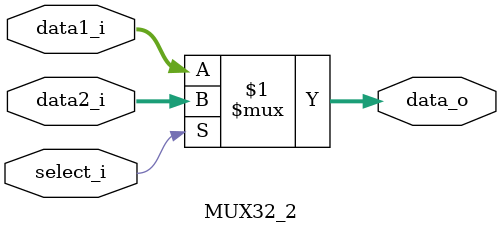
<source format=v>
module MUX32_2
(
    data1_i,
    data2_i,
    select_i,
    data_o
);

    parameter width = 32;

    input   [width - 1: 0]     data1_i;
    input   [width - 1: 0]     data2_i;
    input                      select_i;
    output  [width - 1: 0]     data_o;

    assign data_o = select_i ? data2_i : data1_i;

endmodule

</source>
